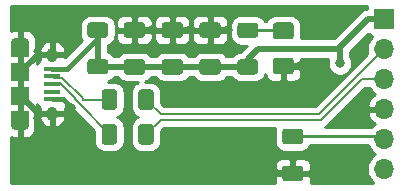
<source format=gtl>
G04 #@! TF.GenerationSoftware,KiCad,Pcbnew,(5.1.10)-1*
G04 #@! TF.CreationDate,2021-08-25T20:16:02-07:00*
G04 #@! TF.ProjectId,USB breakout,55534220-6272-4656-916b-6f75742e6b69,rev?*
G04 #@! TF.SameCoordinates,Original*
G04 #@! TF.FileFunction,Copper,L1,Top*
G04 #@! TF.FilePolarity,Positive*
%FSLAX46Y46*%
G04 Gerber Fmt 4.6, Leading zero omitted, Abs format (unit mm)*
G04 Created by KiCad (PCBNEW (5.1.10)-1) date 2021-08-25 20:16:02*
%MOMM*%
%LPD*%
G01*
G04 APERTURE LIST*
G04 #@! TA.AperFunction,ComponentPad*
%ADD10R,1.700000X1.700000*%
G04 #@! TD*
G04 #@! TA.AperFunction,ComponentPad*
%ADD11O,1.700000X1.700000*%
G04 #@! TD*
G04 #@! TA.AperFunction,SMDPad,CuDef*
%ADD12R,1.350000X0.400000*%
G04 #@! TD*
G04 #@! TA.AperFunction,ComponentPad*
%ADD13O,0.950000X1.250000*%
G04 #@! TD*
G04 #@! TA.AperFunction,SMDPad,CuDef*
%ADD14R,1.550000X1.500000*%
G04 #@! TD*
G04 #@! TA.AperFunction,SMDPad,CuDef*
%ADD15R,1.550000X1.200000*%
G04 #@! TD*
G04 #@! TA.AperFunction,ComponentPad*
%ADD16O,1.550000X0.890000*%
G04 #@! TD*
G04 #@! TA.AperFunction,ViaPad*
%ADD17C,0.800000*%
G04 #@! TD*
G04 #@! TA.AperFunction,Conductor*
%ADD18C,0.200000*%
G04 #@! TD*
G04 #@! TA.AperFunction,Conductor*
%ADD19C,0.508000*%
G04 #@! TD*
G04 #@! TA.AperFunction,Conductor*
%ADD20C,0.381000*%
G04 #@! TD*
G04 #@! TA.AperFunction,Conductor*
%ADD21C,0.250000*%
G04 #@! TD*
G04 #@! TA.AperFunction,Conductor*
%ADD22C,0.254000*%
G04 #@! TD*
G04 #@! TA.AperFunction,Conductor*
%ADD23C,0.100000*%
G04 #@! TD*
G04 APERTURE END LIST*
D10*
X132250000Y-85500000D03*
D11*
X132250000Y-88040000D03*
X132250000Y-90580000D03*
X132250000Y-93120000D03*
X132250000Y-95660000D03*
X132250000Y-98200000D03*
G04 #@! TA.AperFunction,SMDPad,CuDef*
G36*
G01*
X124325000Y-90187500D02*
X123075000Y-90187500D01*
G75*
G02*
X122825000Y-89937500I0J250000D01*
G01*
X122825000Y-89012500D01*
G75*
G02*
X123075000Y-88762500I250000J0D01*
G01*
X124325000Y-88762500D01*
G75*
G02*
X124575000Y-89012500I0J-250000D01*
G01*
X124575000Y-89937500D01*
G75*
G02*
X124325000Y-90187500I-250000J0D01*
G01*
G37*
G04 #@! TD.AperFunction*
G04 #@! TA.AperFunction,SMDPad,CuDef*
G36*
G01*
X124325000Y-87212500D02*
X123075000Y-87212500D01*
G75*
G02*
X122825000Y-86962500I0J250000D01*
G01*
X122825000Y-86037500D01*
G75*
G02*
X123075000Y-85787500I250000J0D01*
G01*
X124325000Y-85787500D01*
G75*
G02*
X124575000Y-86037500I0J-250000D01*
G01*
X124575000Y-86962500D01*
G75*
G02*
X124325000Y-87212500I-250000J0D01*
G01*
G37*
G04 #@! TD.AperFunction*
D12*
X104150000Y-89700000D03*
X104150000Y-90350000D03*
X104150000Y-91000000D03*
X104150000Y-91650000D03*
X104150000Y-92300000D03*
D13*
X104150000Y-88500000D03*
X104150000Y-93500000D03*
D14*
X101450000Y-90000000D03*
X101450000Y-92000000D03*
D15*
X101450000Y-88100000D03*
X101450000Y-93900000D03*
D16*
X101450000Y-87500000D03*
X101450000Y-94500000D03*
G04 #@! TA.AperFunction,SMDPad,CuDef*
G36*
G01*
X110449998Y-88887500D02*
X111750002Y-88887500D01*
G75*
G02*
X112000000Y-89137498I0J-249998D01*
G01*
X112000000Y-89962502D01*
G75*
G02*
X111750002Y-90212500I-249998J0D01*
G01*
X110449998Y-90212500D01*
G75*
G02*
X110200000Y-89962502I0J249998D01*
G01*
X110200000Y-89137498D01*
G75*
G02*
X110449998Y-88887500I249998J0D01*
G01*
G37*
G04 #@! TD.AperFunction*
G04 #@! TA.AperFunction,SMDPad,CuDef*
G36*
G01*
X110449998Y-85762500D02*
X111750002Y-85762500D01*
G75*
G02*
X112000000Y-86012498I0J-249998D01*
G01*
X112000000Y-86837502D01*
G75*
G02*
X111750002Y-87087500I-249998J0D01*
G01*
X110449998Y-87087500D01*
G75*
G02*
X110200000Y-86837502I0J249998D01*
G01*
X110200000Y-86012498D01*
G75*
G02*
X110449998Y-85762500I249998J0D01*
G01*
G37*
G04 #@! TD.AperFunction*
G04 #@! TA.AperFunction,SMDPad,CuDef*
G36*
G01*
X114950002Y-87087500D02*
X113649998Y-87087500D01*
G75*
G02*
X113400000Y-86837502I0J249998D01*
G01*
X113400000Y-86012498D01*
G75*
G02*
X113649998Y-85762500I249998J0D01*
G01*
X114950002Y-85762500D01*
G75*
G02*
X115200000Y-86012498I0J-249998D01*
G01*
X115200000Y-86837502D01*
G75*
G02*
X114950002Y-87087500I-249998J0D01*
G01*
G37*
G04 #@! TD.AperFunction*
G04 #@! TA.AperFunction,SMDPad,CuDef*
G36*
G01*
X114950002Y-90212500D02*
X113649998Y-90212500D01*
G75*
G02*
X113400000Y-89962502I0J249998D01*
G01*
X113400000Y-89137498D01*
G75*
G02*
X113649998Y-88887500I249998J0D01*
G01*
X114950002Y-88887500D01*
G75*
G02*
X115200000Y-89137498I0J-249998D01*
G01*
X115200000Y-89962502D01*
G75*
G02*
X114950002Y-90212500I-249998J0D01*
G01*
G37*
G04 #@! TD.AperFunction*
G04 #@! TA.AperFunction,SMDPad,CuDef*
G36*
G01*
X118150002Y-90212500D02*
X116849998Y-90212500D01*
G75*
G02*
X116600000Y-89962502I0J249998D01*
G01*
X116600000Y-89137498D01*
G75*
G02*
X116849998Y-88887500I249998J0D01*
G01*
X118150002Y-88887500D01*
G75*
G02*
X118400000Y-89137498I0J-249998D01*
G01*
X118400000Y-89962502D01*
G75*
G02*
X118150002Y-90212500I-249998J0D01*
G01*
G37*
G04 #@! TD.AperFunction*
G04 #@! TA.AperFunction,SMDPad,CuDef*
G36*
G01*
X118150002Y-87087500D02*
X116849998Y-87087500D01*
G75*
G02*
X116600000Y-86837502I0J249998D01*
G01*
X116600000Y-86012498D01*
G75*
G02*
X116849998Y-85762500I249998J0D01*
G01*
X118150002Y-85762500D01*
G75*
G02*
X118400000Y-86012498I0J-249998D01*
G01*
X118400000Y-86837502D01*
G75*
G02*
X118150002Y-87087500I-249998J0D01*
G01*
G37*
G04 #@! TD.AperFunction*
G04 #@! TA.AperFunction,SMDPad,CuDef*
G36*
G01*
X125150002Y-99225000D02*
X123849998Y-99225000D01*
G75*
G02*
X123600000Y-98975002I0J249998D01*
G01*
X123600000Y-98149998D01*
G75*
G02*
X123849998Y-97900000I249998J0D01*
G01*
X125150002Y-97900000D01*
G75*
G02*
X125400000Y-98149998I0J-249998D01*
G01*
X125400000Y-98975002D01*
G75*
G02*
X125150002Y-99225000I-249998J0D01*
G01*
G37*
G04 #@! TD.AperFunction*
G04 #@! TA.AperFunction,SMDPad,CuDef*
G36*
G01*
X125150002Y-96100000D02*
X123849998Y-96100000D01*
G75*
G02*
X123600000Y-95850002I0J249998D01*
G01*
X123600000Y-95024998D01*
G75*
G02*
X123849998Y-94775000I249998J0D01*
G01*
X125150002Y-94775000D01*
G75*
G02*
X125400000Y-95024998I0J-249998D01*
G01*
X125400000Y-95850002D01*
G75*
G02*
X125150002Y-96100000I-249998J0D01*
G01*
G37*
G04 #@! TD.AperFunction*
G04 #@! TA.AperFunction,SMDPad,CuDef*
G36*
G01*
X112724999Y-94624999D02*
X112724999Y-95875001D01*
G75*
G02*
X112475000Y-96125000I-249999J0D01*
G01*
X111674998Y-96125000D01*
G75*
G02*
X111424999Y-95875001I0J249999D01*
G01*
X111424999Y-94624999D01*
G75*
G02*
X111674998Y-94375000I249999J0D01*
G01*
X112475000Y-94375000D01*
G75*
G02*
X112724999Y-94624999I0J-249999D01*
G01*
G37*
G04 #@! TD.AperFunction*
G04 #@! TA.AperFunction,SMDPad,CuDef*
G36*
G01*
X109624999Y-94624999D02*
X109624999Y-95875001D01*
G75*
G02*
X109375000Y-96125000I-249999J0D01*
G01*
X108574998Y-96125000D01*
G75*
G02*
X108324999Y-95875001I0J249999D01*
G01*
X108324999Y-94624999D01*
G75*
G02*
X108574998Y-94375000I249999J0D01*
G01*
X109375000Y-94375000D01*
G75*
G02*
X109624999Y-94624999I0J-249999D01*
G01*
G37*
G04 #@! TD.AperFunction*
G04 #@! TA.AperFunction,SMDPad,CuDef*
G36*
G01*
X109624999Y-91689998D02*
X109624999Y-92940000D01*
G75*
G02*
X109375000Y-93189999I-249999J0D01*
G01*
X108574998Y-93189999D01*
G75*
G02*
X108324999Y-92940000I0J249999D01*
G01*
X108324999Y-91689998D01*
G75*
G02*
X108574998Y-91439999I249999J0D01*
G01*
X109375000Y-91439999D01*
G75*
G02*
X109624999Y-91689998I0J-249999D01*
G01*
G37*
G04 #@! TD.AperFunction*
G04 #@! TA.AperFunction,SMDPad,CuDef*
G36*
G01*
X112724999Y-91689998D02*
X112724999Y-92940000D01*
G75*
G02*
X112475000Y-93189999I-249999J0D01*
G01*
X111674998Y-93189999D01*
G75*
G02*
X111424999Y-92940000I0J249999D01*
G01*
X111424999Y-91689998D01*
G75*
G02*
X111674998Y-91439999I249999J0D01*
G01*
X112475000Y-91439999D01*
G75*
G02*
X112724999Y-91689998I0J-249999D01*
G01*
G37*
G04 #@! TD.AperFunction*
G04 #@! TA.AperFunction,SMDPad,CuDef*
G36*
G01*
X121325001Y-90200000D02*
X120074999Y-90200000D01*
G75*
G02*
X119825000Y-89950001I0J249999D01*
G01*
X119825000Y-89149999D01*
G75*
G02*
X120074999Y-88900000I249999J0D01*
G01*
X121325001Y-88900000D01*
G75*
G02*
X121575000Y-89149999I0J-249999D01*
G01*
X121575000Y-89950001D01*
G75*
G02*
X121325001Y-90200000I-249999J0D01*
G01*
G37*
G04 #@! TD.AperFunction*
G04 #@! TA.AperFunction,SMDPad,CuDef*
G36*
G01*
X121325001Y-87100000D02*
X120074999Y-87100000D01*
G75*
G02*
X119825000Y-86850001I0J249999D01*
G01*
X119825000Y-86049999D01*
G75*
G02*
X120074999Y-85800000I249999J0D01*
G01*
X121325001Y-85800000D01*
G75*
G02*
X121575000Y-86049999I0J-249999D01*
G01*
X121575000Y-86850001D01*
G75*
G02*
X121325001Y-87100000I-249999J0D01*
G01*
G37*
G04 #@! TD.AperFunction*
G04 #@! TA.AperFunction,SMDPad,CuDef*
G36*
G01*
X108625001Y-90187500D02*
X107374999Y-90187500D01*
G75*
G02*
X107125000Y-89937501I0J249999D01*
G01*
X107125000Y-89137499D01*
G75*
G02*
X107374999Y-88887500I249999J0D01*
G01*
X108625001Y-88887500D01*
G75*
G02*
X108875000Y-89137499I0J-249999D01*
G01*
X108875000Y-89937501D01*
G75*
G02*
X108625001Y-90187500I-249999J0D01*
G01*
G37*
G04 #@! TD.AperFunction*
G04 #@! TA.AperFunction,SMDPad,CuDef*
G36*
G01*
X108625001Y-87087500D02*
X107374999Y-87087500D01*
G75*
G02*
X107125000Y-86837501I0J249999D01*
G01*
X107125000Y-86037499D01*
G75*
G02*
X107374999Y-85787500I249999J0D01*
G01*
X108625001Y-85787500D01*
G75*
G02*
X108875000Y-86037499I0J-249999D01*
G01*
X108875000Y-86837501D01*
G75*
G02*
X108625001Y-87087500I-249999J0D01*
G01*
G37*
G04 #@! TD.AperFunction*
D17*
X128500000Y-89250000D03*
X105750000Y-93000000D03*
X102950000Y-86550000D03*
X102850000Y-95350000D03*
X112600000Y-86400000D03*
X115800000Y-86400000D03*
X119000000Y-86400000D03*
X125100000Y-89500000D03*
X123000000Y-98500000D03*
D18*
X106737384Y-92185999D02*
X106737384Y-92314999D01*
X106737384Y-92314999D02*
X108974999Y-92314999D01*
X105001385Y-90450000D02*
X106737384Y-92185999D01*
X104250000Y-90450000D02*
X105001385Y-90450000D01*
X104150000Y-90350000D02*
X104250000Y-90450000D01*
X106450001Y-92725002D02*
X108974999Y-95250000D01*
X106450001Y-92663999D02*
X106450001Y-92725002D01*
X106086001Y-92299999D02*
X106450001Y-92663999D01*
X106086001Y-92170999D02*
X106086001Y-92299999D01*
X104815002Y-90900000D02*
X106086001Y-92170999D01*
X104250000Y-90900000D02*
X104815002Y-90900000D01*
X104150000Y-91000000D02*
X104250000Y-90900000D01*
D19*
X130892000Y-85500000D02*
X132250000Y-85500000D01*
X128500000Y-87892000D02*
X130892000Y-85500000D01*
X128500000Y-89250000D02*
X128500000Y-87892000D01*
X111087500Y-89537500D02*
X111100000Y-89550000D01*
X108000000Y-89537500D02*
X111087500Y-89537500D01*
X111100000Y-89550000D02*
X114300000Y-89550000D01*
X114300000Y-89550000D02*
X117500000Y-89550000D01*
X117500000Y-89550000D02*
X120700000Y-89550000D01*
X120700000Y-88900000D02*
X121600000Y-88000000D01*
X120700000Y-89550000D02*
X120700000Y-88900000D01*
X128392000Y-88000000D02*
X128500000Y-87892000D01*
X121600000Y-88000000D02*
X128392000Y-88000000D01*
D20*
X105387500Y-89700000D02*
X104150000Y-89700000D01*
X108000000Y-87087500D02*
X105387500Y-89700000D01*
X108000000Y-86437500D02*
X108000000Y-87087500D01*
D19*
X108000000Y-86437500D02*
X108000000Y-89537500D01*
D20*
X104212500Y-92300000D02*
X105050000Y-92300000D01*
X105050000Y-92300000D02*
X105750000Y-93000000D01*
D19*
X101600000Y-89975000D02*
X101600000Y-89700000D01*
X101450000Y-90000000D02*
X102650000Y-88800000D01*
X102950000Y-88500000D02*
X102950000Y-86550000D01*
X102650000Y-88800000D02*
X102950000Y-88500000D01*
X101450000Y-92000000D02*
X101500000Y-92000000D01*
X102850000Y-93350000D02*
X102850000Y-95350000D01*
X101500000Y-92000000D02*
X102850000Y-93350000D01*
X112575000Y-86425000D02*
X112600000Y-86400000D01*
X111100000Y-86425000D02*
X112575000Y-86425000D01*
X115775000Y-86425000D02*
X115800000Y-86400000D01*
X114300000Y-86425000D02*
X115775000Y-86425000D01*
X118975000Y-86425000D02*
X119000000Y-86400000D01*
X117500000Y-86425000D02*
X118975000Y-86425000D01*
X125075000Y-89475000D02*
X125100000Y-89500000D01*
X123700000Y-89475000D02*
X125075000Y-89475000D01*
X123062500Y-98562500D02*
X123000000Y-98500000D01*
X124500000Y-98562500D02*
X123062500Y-98562500D01*
D21*
X132027500Y-95437500D02*
X132250000Y-95660000D01*
X124500000Y-95437500D02*
X132027500Y-95437500D01*
X123650000Y-86450000D02*
X123700000Y-86500000D01*
X120700000Y-86450000D02*
X123650000Y-86450000D01*
D18*
X130028198Y-90261802D02*
X132250000Y-88040000D01*
X126732500Y-93557500D02*
X130028198Y-90261802D01*
X113317499Y-93557500D02*
X126732500Y-93557500D01*
X112074999Y-92315000D02*
X113317499Y-93557500D01*
X112074999Y-92314999D02*
X112074999Y-92315000D01*
X130346397Y-90580000D02*
X132250000Y-90580000D01*
X126918897Y-94007500D02*
X130346397Y-90580000D01*
X113317499Y-94007500D02*
X126918897Y-94007500D01*
X112074999Y-95250000D02*
X113317499Y-94007500D01*
D22*
X130774188Y-84525518D02*
X130764960Y-84619212D01*
X130734325Y-84622229D01*
X130717725Y-84623864D01*
X130644758Y-84645998D01*
X130550149Y-84674697D01*
X130395709Y-84757247D01*
X130260341Y-84868341D01*
X130232506Y-84902258D01*
X128023765Y-87111000D01*
X125198446Y-87111000D01*
X125213072Y-86962500D01*
X125213072Y-86037500D01*
X125196008Y-85864246D01*
X125145472Y-85697650D01*
X125063405Y-85544114D01*
X124952962Y-85409538D01*
X124818386Y-85299095D01*
X124664850Y-85217028D01*
X124498254Y-85166492D01*
X124325000Y-85149428D01*
X123075000Y-85149428D01*
X122901746Y-85166492D01*
X122735150Y-85217028D01*
X122581614Y-85299095D01*
X122447038Y-85409538D01*
X122336595Y-85544114D01*
X122258617Y-85690000D01*
X122134702Y-85690000D01*
X122063405Y-85556613D01*
X121952962Y-85422038D01*
X121818387Y-85311595D01*
X121664851Y-85229528D01*
X121498255Y-85178992D01*
X121325001Y-85161928D01*
X120074999Y-85161928D01*
X119901745Y-85178992D01*
X119735149Y-85229528D01*
X119581613Y-85311595D01*
X119447038Y-85422038D01*
X119336595Y-85556613D01*
X119254528Y-85710149D01*
X119203992Y-85876745D01*
X119186928Y-86049999D01*
X119186928Y-86850001D01*
X119203992Y-87023255D01*
X119254528Y-87189851D01*
X119336595Y-87343387D01*
X119447038Y-87477962D01*
X119581613Y-87588405D01*
X119735149Y-87670472D01*
X119901745Y-87721008D01*
X120074999Y-87738072D01*
X120604692Y-87738072D01*
X120102259Y-88240506D01*
X120076156Y-88261928D01*
X120074999Y-88261928D01*
X119901745Y-88278992D01*
X119735149Y-88329528D01*
X119581613Y-88411595D01*
X119447038Y-88522038D01*
X119336595Y-88656613D01*
X119334250Y-88661000D01*
X118897431Y-88661000D01*
X118888405Y-88644113D01*
X118777962Y-88509538D01*
X118643387Y-88399095D01*
X118489852Y-88317028D01*
X118323256Y-88266492D01*
X118150002Y-88249428D01*
X116849998Y-88249428D01*
X116676744Y-88266492D01*
X116510148Y-88317028D01*
X116356613Y-88399095D01*
X116222038Y-88509538D01*
X116111595Y-88644113D01*
X116102569Y-88661000D01*
X115697431Y-88661000D01*
X115688405Y-88644113D01*
X115577962Y-88509538D01*
X115443387Y-88399095D01*
X115289852Y-88317028D01*
X115123256Y-88266492D01*
X114950002Y-88249428D01*
X113649998Y-88249428D01*
X113476744Y-88266492D01*
X113310148Y-88317028D01*
X113156613Y-88399095D01*
X113022038Y-88509538D01*
X112911595Y-88644113D01*
X112902569Y-88661000D01*
X112497431Y-88661000D01*
X112488405Y-88644113D01*
X112377962Y-88509538D01*
X112243387Y-88399095D01*
X112089852Y-88317028D01*
X111923256Y-88266492D01*
X111750002Y-88249428D01*
X110449998Y-88249428D01*
X110276744Y-88266492D01*
X110110148Y-88317028D01*
X109956613Y-88399095D01*
X109822038Y-88509538D01*
X109711595Y-88644113D01*
X109709250Y-88648500D01*
X109365750Y-88648500D01*
X109363405Y-88644113D01*
X109252962Y-88509538D01*
X109118387Y-88399095D01*
X108964851Y-88317028D01*
X108889000Y-88294019D01*
X108889000Y-87680981D01*
X108964851Y-87657972D01*
X109118387Y-87575905D01*
X109252962Y-87465462D01*
X109363405Y-87330887D01*
X109445472Y-87177351D01*
X109472727Y-87087500D01*
X109561928Y-87087500D01*
X109574188Y-87211982D01*
X109610498Y-87331680D01*
X109669463Y-87441994D01*
X109748815Y-87538685D01*
X109845506Y-87618037D01*
X109955820Y-87677002D01*
X110075518Y-87713312D01*
X110200000Y-87725572D01*
X110814250Y-87722500D01*
X110973000Y-87563750D01*
X110973000Y-86552000D01*
X111227000Y-86552000D01*
X111227000Y-87563750D01*
X111385750Y-87722500D01*
X112000000Y-87725572D01*
X112124482Y-87713312D01*
X112244180Y-87677002D01*
X112354494Y-87618037D01*
X112451185Y-87538685D01*
X112530537Y-87441994D01*
X112589502Y-87331680D01*
X112625812Y-87211982D01*
X112638072Y-87087500D01*
X112761928Y-87087500D01*
X112774188Y-87211982D01*
X112810498Y-87331680D01*
X112869463Y-87441994D01*
X112948815Y-87538685D01*
X113045506Y-87618037D01*
X113155820Y-87677002D01*
X113275518Y-87713312D01*
X113400000Y-87725572D01*
X114014250Y-87722500D01*
X114173000Y-87563750D01*
X114173000Y-86552000D01*
X114427000Y-86552000D01*
X114427000Y-87563750D01*
X114585750Y-87722500D01*
X115200000Y-87725572D01*
X115324482Y-87713312D01*
X115444180Y-87677002D01*
X115554494Y-87618037D01*
X115651185Y-87538685D01*
X115730537Y-87441994D01*
X115789502Y-87331680D01*
X115825812Y-87211982D01*
X115838072Y-87087500D01*
X115961928Y-87087500D01*
X115974188Y-87211982D01*
X116010498Y-87331680D01*
X116069463Y-87441994D01*
X116148815Y-87538685D01*
X116245506Y-87618037D01*
X116355820Y-87677002D01*
X116475518Y-87713312D01*
X116600000Y-87725572D01*
X117214250Y-87722500D01*
X117373000Y-87563750D01*
X117373000Y-86552000D01*
X117627000Y-86552000D01*
X117627000Y-87563750D01*
X117785750Y-87722500D01*
X118400000Y-87725572D01*
X118524482Y-87713312D01*
X118644180Y-87677002D01*
X118754494Y-87618037D01*
X118851185Y-87538685D01*
X118930537Y-87441994D01*
X118989502Y-87331680D01*
X119025812Y-87211982D01*
X119038072Y-87087500D01*
X119035000Y-86710750D01*
X118876250Y-86552000D01*
X117627000Y-86552000D01*
X117373000Y-86552000D01*
X116123750Y-86552000D01*
X115965000Y-86710750D01*
X115961928Y-87087500D01*
X115838072Y-87087500D01*
X115835000Y-86710750D01*
X115676250Y-86552000D01*
X114427000Y-86552000D01*
X114173000Y-86552000D01*
X112923750Y-86552000D01*
X112765000Y-86710750D01*
X112761928Y-87087500D01*
X112638072Y-87087500D01*
X112635000Y-86710750D01*
X112476250Y-86552000D01*
X111227000Y-86552000D01*
X110973000Y-86552000D01*
X109723750Y-86552000D01*
X109565000Y-86710750D01*
X109561928Y-87087500D01*
X109472727Y-87087500D01*
X109496008Y-87010755D01*
X109513072Y-86837501D01*
X109513072Y-86037499D01*
X109496008Y-85864245D01*
X109465145Y-85762500D01*
X109561928Y-85762500D01*
X109565000Y-86139250D01*
X109723750Y-86298000D01*
X110973000Y-86298000D01*
X110973000Y-85286250D01*
X111227000Y-85286250D01*
X111227000Y-86298000D01*
X112476250Y-86298000D01*
X112635000Y-86139250D01*
X112638072Y-85762500D01*
X112761928Y-85762500D01*
X112765000Y-86139250D01*
X112923750Y-86298000D01*
X114173000Y-86298000D01*
X114173000Y-85286250D01*
X114427000Y-85286250D01*
X114427000Y-86298000D01*
X115676250Y-86298000D01*
X115835000Y-86139250D01*
X115838072Y-85762500D01*
X115961928Y-85762500D01*
X115965000Y-86139250D01*
X116123750Y-86298000D01*
X117373000Y-86298000D01*
X117373000Y-85286250D01*
X117627000Y-85286250D01*
X117627000Y-86298000D01*
X118876250Y-86298000D01*
X119035000Y-86139250D01*
X119038072Y-85762500D01*
X119025812Y-85638018D01*
X118989502Y-85518320D01*
X118930537Y-85408006D01*
X118851185Y-85311315D01*
X118754494Y-85231963D01*
X118644180Y-85172998D01*
X118524482Y-85136688D01*
X118400000Y-85124428D01*
X117785750Y-85127500D01*
X117627000Y-85286250D01*
X117373000Y-85286250D01*
X117214250Y-85127500D01*
X116600000Y-85124428D01*
X116475518Y-85136688D01*
X116355820Y-85172998D01*
X116245506Y-85231963D01*
X116148815Y-85311315D01*
X116069463Y-85408006D01*
X116010498Y-85518320D01*
X115974188Y-85638018D01*
X115961928Y-85762500D01*
X115838072Y-85762500D01*
X115825812Y-85638018D01*
X115789502Y-85518320D01*
X115730537Y-85408006D01*
X115651185Y-85311315D01*
X115554494Y-85231963D01*
X115444180Y-85172998D01*
X115324482Y-85136688D01*
X115200000Y-85124428D01*
X114585750Y-85127500D01*
X114427000Y-85286250D01*
X114173000Y-85286250D01*
X114014250Y-85127500D01*
X113400000Y-85124428D01*
X113275518Y-85136688D01*
X113155820Y-85172998D01*
X113045506Y-85231963D01*
X112948815Y-85311315D01*
X112869463Y-85408006D01*
X112810498Y-85518320D01*
X112774188Y-85638018D01*
X112761928Y-85762500D01*
X112638072Y-85762500D01*
X112625812Y-85638018D01*
X112589502Y-85518320D01*
X112530537Y-85408006D01*
X112451185Y-85311315D01*
X112354494Y-85231963D01*
X112244180Y-85172998D01*
X112124482Y-85136688D01*
X112000000Y-85124428D01*
X111385750Y-85127500D01*
X111227000Y-85286250D01*
X110973000Y-85286250D01*
X110814250Y-85127500D01*
X110200000Y-85124428D01*
X110075518Y-85136688D01*
X109955820Y-85172998D01*
X109845506Y-85231963D01*
X109748815Y-85311315D01*
X109669463Y-85408006D01*
X109610498Y-85518320D01*
X109574188Y-85638018D01*
X109561928Y-85762500D01*
X109465145Y-85762500D01*
X109445472Y-85697649D01*
X109363405Y-85544113D01*
X109252962Y-85409538D01*
X109118387Y-85299095D01*
X108964851Y-85217028D01*
X108798255Y-85166492D01*
X108625001Y-85149428D01*
X107374999Y-85149428D01*
X107201745Y-85166492D01*
X107035149Y-85217028D01*
X106881613Y-85299095D01*
X106747038Y-85409538D01*
X106636595Y-85544113D01*
X106554528Y-85697649D01*
X106503992Y-85864245D01*
X106486928Y-86037499D01*
X106486928Y-86837501D01*
X106503992Y-87010755D01*
X106554528Y-87177351D01*
X106620079Y-87299988D01*
X105190302Y-88729766D01*
X105102564Y-88627000D01*
X104277000Y-88627000D01*
X104277000Y-88647000D01*
X104023000Y-88647000D01*
X104023000Y-88627000D01*
X103197436Y-88627000D01*
X103048770Y-88801131D01*
X103094161Y-88991084D01*
X103023815Y-89048815D01*
X102944463Y-89145506D01*
X102885498Y-89255820D01*
X102862533Y-89331527D01*
X102863072Y-89250000D01*
X102850812Y-89125518D01*
X102814502Y-89005820D01*
X102798028Y-88975000D01*
X102814502Y-88944180D01*
X102850812Y-88824482D01*
X102863072Y-88700000D01*
X102860000Y-88385750D01*
X102701250Y-88227000D01*
X102582322Y-88227000D01*
X102609410Y-88198869D01*
X103048770Y-88198869D01*
X103197436Y-88373000D01*
X104023000Y-88373000D01*
X104023000Y-87407266D01*
X104277000Y-87407266D01*
X104277000Y-88373000D01*
X105102564Y-88373000D01*
X105251230Y-88198869D01*
X105200586Y-87986934D01*
X105109569Y-87788951D01*
X104981676Y-87612529D01*
X104821822Y-87464447D01*
X104636150Y-87350397D01*
X104447938Y-87280732D01*
X104277000Y-87407266D01*
X104023000Y-87407266D01*
X103852062Y-87280732D01*
X103663850Y-87350397D01*
X103478178Y-87464447D01*
X103318324Y-87612529D01*
X103190431Y-87788951D01*
X103099414Y-87986934D01*
X103048770Y-88198869D01*
X102609410Y-88198869D01*
X102633479Y-88173874D01*
X102748546Y-87994420D01*
X102785925Y-87888325D01*
X102860000Y-87814250D01*
X102863072Y-87500000D01*
X102860000Y-87468808D01*
X102860000Y-87372998D01*
X102850048Y-87372998D01*
X102814502Y-87255820D01*
X102801113Y-87230770D01*
X102819435Y-87206787D01*
X102748546Y-87005580D01*
X102633479Y-86826126D01*
X102485613Y-86672569D01*
X102310631Y-86550810D01*
X102115257Y-86465528D01*
X101907000Y-86420000D01*
X101577000Y-86420000D01*
X101577000Y-89873000D01*
X101597000Y-89873000D01*
X101597000Y-90127000D01*
X101577000Y-90127000D01*
X101577000Y-91873000D01*
X101597000Y-91873000D01*
X101597000Y-92127000D01*
X101577000Y-92127000D01*
X101577000Y-95580000D01*
X101907000Y-95580000D01*
X102115257Y-95534472D01*
X102310631Y-95449190D01*
X102485613Y-95327431D01*
X102633479Y-95173874D01*
X102748546Y-94994420D01*
X102819435Y-94793213D01*
X102801113Y-94769230D01*
X102814502Y-94744180D01*
X102850048Y-94627002D01*
X102860000Y-94627002D01*
X102860000Y-94531192D01*
X102863072Y-94500000D01*
X102860000Y-94185750D01*
X102785925Y-94111675D01*
X102748546Y-94005580D01*
X102633479Y-93826126D01*
X102609411Y-93801131D01*
X103048770Y-93801131D01*
X103099414Y-94013066D01*
X103190431Y-94211049D01*
X103318324Y-94387471D01*
X103478178Y-94535553D01*
X103663850Y-94649603D01*
X103852062Y-94719268D01*
X104023000Y-94592734D01*
X104023000Y-93627000D01*
X104277000Y-93627000D01*
X104277000Y-94592734D01*
X104447938Y-94719268D01*
X104636150Y-94649603D01*
X104821822Y-94535553D01*
X104981676Y-94387471D01*
X105109569Y-94211049D01*
X105200586Y-94013066D01*
X105251230Y-93801131D01*
X105102564Y-93627000D01*
X104277000Y-93627000D01*
X104023000Y-93627000D01*
X103197436Y-93627000D01*
X103048770Y-93801131D01*
X102609411Y-93801131D01*
X102582322Y-93773000D01*
X102701250Y-93773000D01*
X102860000Y-93614250D01*
X102863072Y-93300000D01*
X102850812Y-93175518D01*
X102814502Y-93055820D01*
X102798028Y-93025000D01*
X102814502Y-92994180D01*
X102850812Y-92874482D01*
X102863072Y-92750000D01*
X102862540Y-92669629D01*
X102889479Y-92753576D01*
X102950200Y-92862933D01*
X103031088Y-92958343D01*
X103094257Y-93008515D01*
X103048770Y-93198869D01*
X103197436Y-93373000D01*
X104023000Y-93373000D01*
X104023000Y-93353000D01*
X104277000Y-93353000D01*
X104277000Y-93373000D01*
X105102564Y-93373000D01*
X105251230Y-93198869D01*
X105205743Y-93008515D01*
X105268912Y-92958343D01*
X105349800Y-92862933D01*
X105410521Y-92753576D01*
X105442226Y-92654776D01*
X105471914Y-92710319D01*
X105563764Y-92822237D01*
X105591809Y-92845253D01*
X105783135Y-93036579D01*
X105835914Y-93135322D01*
X105927764Y-93247240D01*
X105955809Y-93270256D01*
X107686927Y-95001375D01*
X107686927Y-95875001D01*
X107703991Y-96048255D01*
X107754527Y-96214851D01*
X107836594Y-96368387D01*
X107947037Y-96502962D01*
X108081612Y-96613405D01*
X108235148Y-96695472D01*
X108401744Y-96746008D01*
X108574998Y-96763072D01*
X109375000Y-96763072D01*
X109548254Y-96746008D01*
X109714850Y-96695472D01*
X109868386Y-96613405D01*
X110002961Y-96502962D01*
X110113404Y-96368387D01*
X110195471Y-96214851D01*
X110246007Y-96048255D01*
X110263071Y-95875001D01*
X110263071Y-94624999D01*
X110246007Y-94451745D01*
X110195471Y-94285149D01*
X110113404Y-94131613D01*
X110002961Y-93997038D01*
X109868386Y-93886595D01*
X109714850Y-93804528D01*
X109642231Y-93782500D01*
X109714850Y-93760471D01*
X109868386Y-93678404D01*
X110002961Y-93567961D01*
X110113404Y-93433386D01*
X110195471Y-93279850D01*
X110246007Y-93113254D01*
X110263071Y-92940000D01*
X110263071Y-91689998D01*
X110246007Y-91516744D01*
X110195471Y-91350148D01*
X110113404Y-91196612D01*
X110002961Y-91062037D01*
X109868386Y-90951594D01*
X109714850Y-90869527D01*
X109548254Y-90818991D01*
X109375000Y-90801927D01*
X108819950Y-90801927D01*
X108964851Y-90757972D01*
X109118387Y-90675905D01*
X109252962Y-90565462D01*
X109363405Y-90430887D01*
X109365750Y-90426500D01*
X109695887Y-90426500D01*
X109711595Y-90455887D01*
X109822038Y-90590462D01*
X109956613Y-90700905D01*
X110110148Y-90782972D01*
X110276744Y-90833508D01*
X110449998Y-90850572D01*
X111397635Y-90850572D01*
X111335148Y-90869527D01*
X111181612Y-90951594D01*
X111047037Y-91062037D01*
X110936594Y-91196612D01*
X110854527Y-91350148D01*
X110803991Y-91516744D01*
X110786927Y-91689998D01*
X110786927Y-92940000D01*
X110803991Y-93113254D01*
X110854527Y-93279850D01*
X110936594Y-93433386D01*
X111047037Y-93567961D01*
X111181612Y-93678404D01*
X111335148Y-93760471D01*
X111407767Y-93782500D01*
X111335148Y-93804528D01*
X111181612Y-93886595D01*
X111047037Y-93997038D01*
X110936594Y-94131613D01*
X110854527Y-94285149D01*
X110803991Y-94451745D01*
X110786927Y-94624999D01*
X110786927Y-95875001D01*
X110803991Y-96048255D01*
X110854527Y-96214851D01*
X110936594Y-96368387D01*
X111047037Y-96502962D01*
X111181612Y-96613405D01*
X111335148Y-96695472D01*
X111501744Y-96746008D01*
X111674998Y-96763072D01*
X112475000Y-96763072D01*
X112648254Y-96746008D01*
X112814850Y-96695472D01*
X112968386Y-96613405D01*
X113102961Y-96502962D01*
X113213404Y-96368387D01*
X113295471Y-96214851D01*
X113346007Y-96048255D01*
X113363071Y-95875001D01*
X113363071Y-95001375D01*
X113621946Y-94742500D01*
X123012131Y-94742500D01*
X122978992Y-94851744D01*
X122961928Y-95024998D01*
X122961928Y-95850002D01*
X122978992Y-96023256D01*
X123029528Y-96189852D01*
X123111595Y-96343387D01*
X123222038Y-96477962D01*
X123356613Y-96588405D01*
X123510148Y-96670472D01*
X123676744Y-96721008D01*
X123849998Y-96738072D01*
X125150002Y-96738072D01*
X125323256Y-96721008D01*
X125489852Y-96670472D01*
X125643387Y-96588405D01*
X125777962Y-96477962D01*
X125888405Y-96343387D01*
X125966384Y-96197500D01*
X130865288Y-96197500D01*
X130934010Y-96363411D01*
X131096525Y-96606632D01*
X131303368Y-96813475D01*
X131477760Y-96930000D01*
X131303368Y-97046525D01*
X131096525Y-97253368D01*
X130934010Y-97496589D01*
X130822068Y-97766842D01*
X130765000Y-98053740D01*
X130765000Y-98346260D01*
X130822068Y-98633158D01*
X130934010Y-98903411D01*
X131096525Y-99146632D01*
X131289893Y-99340000D01*
X126026746Y-99340000D01*
X126038072Y-99225000D01*
X126035000Y-98848250D01*
X125876250Y-98689500D01*
X124627000Y-98689500D01*
X124627000Y-98709500D01*
X124373000Y-98709500D01*
X124373000Y-98689500D01*
X123123750Y-98689500D01*
X122965000Y-98848250D01*
X122961928Y-99225000D01*
X122973254Y-99340000D01*
X100660000Y-99340000D01*
X100660000Y-97900000D01*
X122961928Y-97900000D01*
X122965000Y-98276750D01*
X123123750Y-98435500D01*
X124373000Y-98435500D01*
X124373000Y-97423750D01*
X124627000Y-97423750D01*
X124627000Y-98435500D01*
X125876250Y-98435500D01*
X126035000Y-98276750D01*
X126038072Y-97900000D01*
X126025812Y-97775518D01*
X125989502Y-97655820D01*
X125930537Y-97545506D01*
X125851185Y-97448815D01*
X125754494Y-97369463D01*
X125644180Y-97310498D01*
X125524482Y-97274188D01*
X125400000Y-97261928D01*
X124785750Y-97265000D01*
X124627000Y-97423750D01*
X124373000Y-97423750D01*
X124214250Y-97265000D01*
X123600000Y-97261928D01*
X123475518Y-97274188D01*
X123355820Y-97310498D01*
X123245506Y-97369463D01*
X123148815Y-97448815D01*
X123069463Y-97545506D01*
X123010498Y-97655820D01*
X122974188Y-97775518D01*
X122961928Y-97900000D01*
X100660000Y-97900000D01*
X100660000Y-95480021D01*
X100784743Y-95534472D01*
X100993000Y-95580000D01*
X101323000Y-95580000D01*
X101323000Y-92127000D01*
X101303000Y-92127000D01*
X101303000Y-91873000D01*
X101323000Y-91873000D01*
X101323000Y-90127000D01*
X101303000Y-90127000D01*
X101303000Y-89873000D01*
X101323000Y-89873000D01*
X101323000Y-86420000D01*
X100993000Y-86420000D01*
X100784743Y-86465528D01*
X100660000Y-86519979D01*
X100660000Y-84410000D01*
X130809230Y-84410000D01*
X130774188Y-84525518D01*
G04 #@! TA.AperFunction,Conductor*
D23*
G36*
X130774188Y-84525518D02*
G01*
X130764960Y-84619212D01*
X130734325Y-84622229D01*
X130717725Y-84623864D01*
X130644758Y-84645998D01*
X130550149Y-84674697D01*
X130395709Y-84757247D01*
X130260341Y-84868341D01*
X130232506Y-84902258D01*
X128023765Y-87111000D01*
X125198446Y-87111000D01*
X125213072Y-86962500D01*
X125213072Y-86037500D01*
X125196008Y-85864246D01*
X125145472Y-85697650D01*
X125063405Y-85544114D01*
X124952962Y-85409538D01*
X124818386Y-85299095D01*
X124664850Y-85217028D01*
X124498254Y-85166492D01*
X124325000Y-85149428D01*
X123075000Y-85149428D01*
X122901746Y-85166492D01*
X122735150Y-85217028D01*
X122581614Y-85299095D01*
X122447038Y-85409538D01*
X122336595Y-85544114D01*
X122258617Y-85690000D01*
X122134702Y-85690000D01*
X122063405Y-85556613D01*
X121952962Y-85422038D01*
X121818387Y-85311595D01*
X121664851Y-85229528D01*
X121498255Y-85178992D01*
X121325001Y-85161928D01*
X120074999Y-85161928D01*
X119901745Y-85178992D01*
X119735149Y-85229528D01*
X119581613Y-85311595D01*
X119447038Y-85422038D01*
X119336595Y-85556613D01*
X119254528Y-85710149D01*
X119203992Y-85876745D01*
X119186928Y-86049999D01*
X119186928Y-86850001D01*
X119203992Y-87023255D01*
X119254528Y-87189851D01*
X119336595Y-87343387D01*
X119447038Y-87477962D01*
X119581613Y-87588405D01*
X119735149Y-87670472D01*
X119901745Y-87721008D01*
X120074999Y-87738072D01*
X120604692Y-87738072D01*
X120102259Y-88240506D01*
X120076156Y-88261928D01*
X120074999Y-88261928D01*
X119901745Y-88278992D01*
X119735149Y-88329528D01*
X119581613Y-88411595D01*
X119447038Y-88522038D01*
X119336595Y-88656613D01*
X119334250Y-88661000D01*
X118897431Y-88661000D01*
X118888405Y-88644113D01*
X118777962Y-88509538D01*
X118643387Y-88399095D01*
X118489852Y-88317028D01*
X118323256Y-88266492D01*
X118150002Y-88249428D01*
X116849998Y-88249428D01*
X116676744Y-88266492D01*
X116510148Y-88317028D01*
X116356613Y-88399095D01*
X116222038Y-88509538D01*
X116111595Y-88644113D01*
X116102569Y-88661000D01*
X115697431Y-88661000D01*
X115688405Y-88644113D01*
X115577962Y-88509538D01*
X115443387Y-88399095D01*
X115289852Y-88317028D01*
X115123256Y-88266492D01*
X114950002Y-88249428D01*
X113649998Y-88249428D01*
X113476744Y-88266492D01*
X113310148Y-88317028D01*
X113156613Y-88399095D01*
X113022038Y-88509538D01*
X112911595Y-88644113D01*
X112902569Y-88661000D01*
X112497431Y-88661000D01*
X112488405Y-88644113D01*
X112377962Y-88509538D01*
X112243387Y-88399095D01*
X112089852Y-88317028D01*
X111923256Y-88266492D01*
X111750002Y-88249428D01*
X110449998Y-88249428D01*
X110276744Y-88266492D01*
X110110148Y-88317028D01*
X109956613Y-88399095D01*
X109822038Y-88509538D01*
X109711595Y-88644113D01*
X109709250Y-88648500D01*
X109365750Y-88648500D01*
X109363405Y-88644113D01*
X109252962Y-88509538D01*
X109118387Y-88399095D01*
X108964851Y-88317028D01*
X108889000Y-88294019D01*
X108889000Y-87680981D01*
X108964851Y-87657972D01*
X109118387Y-87575905D01*
X109252962Y-87465462D01*
X109363405Y-87330887D01*
X109445472Y-87177351D01*
X109472727Y-87087500D01*
X109561928Y-87087500D01*
X109574188Y-87211982D01*
X109610498Y-87331680D01*
X109669463Y-87441994D01*
X109748815Y-87538685D01*
X109845506Y-87618037D01*
X109955820Y-87677002D01*
X110075518Y-87713312D01*
X110200000Y-87725572D01*
X110814250Y-87722500D01*
X110973000Y-87563750D01*
X110973000Y-86552000D01*
X111227000Y-86552000D01*
X111227000Y-87563750D01*
X111385750Y-87722500D01*
X112000000Y-87725572D01*
X112124482Y-87713312D01*
X112244180Y-87677002D01*
X112354494Y-87618037D01*
X112451185Y-87538685D01*
X112530537Y-87441994D01*
X112589502Y-87331680D01*
X112625812Y-87211982D01*
X112638072Y-87087500D01*
X112761928Y-87087500D01*
X112774188Y-87211982D01*
X112810498Y-87331680D01*
X112869463Y-87441994D01*
X112948815Y-87538685D01*
X113045506Y-87618037D01*
X113155820Y-87677002D01*
X113275518Y-87713312D01*
X113400000Y-87725572D01*
X114014250Y-87722500D01*
X114173000Y-87563750D01*
X114173000Y-86552000D01*
X114427000Y-86552000D01*
X114427000Y-87563750D01*
X114585750Y-87722500D01*
X115200000Y-87725572D01*
X115324482Y-87713312D01*
X115444180Y-87677002D01*
X115554494Y-87618037D01*
X115651185Y-87538685D01*
X115730537Y-87441994D01*
X115789502Y-87331680D01*
X115825812Y-87211982D01*
X115838072Y-87087500D01*
X115961928Y-87087500D01*
X115974188Y-87211982D01*
X116010498Y-87331680D01*
X116069463Y-87441994D01*
X116148815Y-87538685D01*
X116245506Y-87618037D01*
X116355820Y-87677002D01*
X116475518Y-87713312D01*
X116600000Y-87725572D01*
X117214250Y-87722500D01*
X117373000Y-87563750D01*
X117373000Y-86552000D01*
X117627000Y-86552000D01*
X117627000Y-87563750D01*
X117785750Y-87722500D01*
X118400000Y-87725572D01*
X118524482Y-87713312D01*
X118644180Y-87677002D01*
X118754494Y-87618037D01*
X118851185Y-87538685D01*
X118930537Y-87441994D01*
X118989502Y-87331680D01*
X119025812Y-87211982D01*
X119038072Y-87087500D01*
X119035000Y-86710750D01*
X118876250Y-86552000D01*
X117627000Y-86552000D01*
X117373000Y-86552000D01*
X116123750Y-86552000D01*
X115965000Y-86710750D01*
X115961928Y-87087500D01*
X115838072Y-87087500D01*
X115835000Y-86710750D01*
X115676250Y-86552000D01*
X114427000Y-86552000D01*
X114173000Y-86552000D01*
X112923750Y-86552000D01*
X112765000Y-86710750D01*
X112761928Y-87087500D01*
X112638072Y-87087500D01*
X112635000Y-86710750D01*
X112476250Y-86552000D01*
X111227000Y-86552000D01*
X110973000Y-86552000D01*
X109723750Y-86552000D01*
X109565000Y-86710750D01*
X109561928Y-87087500D01*
X109472727Y-87087500D01*
X109496008Y-87010755D01*
X109513072Y-86837501D01*
X109513072Y-86037499D01*
X109496008Y-85864245D01*
X109465145Y-85762500D01*
X109561928Y-85762500D01*
X109565000Y-86139250D01*
X109723750Y-86298000D01*
X110973000Y-86298000D01*
X110973000Y-85286250D01*
X111227000Y-85286250D01*
X111227000Y-86298000D01*
X112476250Y-86298000D01*
X112635000Y-86139250D01*
X112638072Y-85762500D01*
X112761928Y-85762500D01*
X112765000Y-86139250D01*
X112923750Y-86298000D01*
X114173000Y-86298000D01*
X114173000Y-85286250D01*
X114427000Y-85286250D01*
X114427000Y-86298000D01*
X115676250Y-86298000D01*
X115835000Y-86139250D01*
X115838072Y-85762500D01*
X115961928Y-85762500D01*
X115965000Y-86139250D01*
X116123750Y-86298000D01*
X117373000Y-86298000D01*
X117373000Y-85286250D01*
X117627000Y-85286250D01*
X117627000Y-86298000D01*
X118876250Y-86298000D01*
X119035000Y-86139250D01*
X119038072Y-85762500D01*
X119025812Y-85638018D01*
X118989502Y-85518320D01*
X118930537Y-85408006D01*
X118851185Y-85311315D01*
X118754494Y-85231963D01*
X118644180Y-85172998D01*
X118524482Y-85136688D01*
X118400000Y-85124428D01*
X117785750Y-85127500D01*
X117627000Y-85286250D01*
X117373000Y-85286250D01*
X117214250Y-85127500D01*
X116600000Y-85124428D01*
X116475518Y-85136688D01*
X116355820Y-85172998D01*
X116245506Y-85231963D01*
X116148815Y-85311315D01*
X116069463Y-85408006D01*
X116010498Y-85518320D01*
X115974188Y-85638018D01*
X115961928Y-85762500D01*
X115838072Y-85762500D01*
X115825812Y-85638018D01*
X115789502Y-85518320D01*
X115730537Y-85408006D01*
X115651185Y-85311315D01*
X115554494Y-85231963D01*
X115444180Y-85172998D01*
X115324482Y-85136688D01*
X115200000Y-85124428D01*
X114585750Y-85127500D01*
X114427000Y-85286250D01*
X114173000Y-85286250D01*
X114014250Y-85127500D01*
X113400000Y-85124428D01*
X113275518Y-85136688D01*
X113155820Y-85172998D01*
X113045506Y-85231963D01*
X112948815Y-85311315D01*
X112869463Y-85408006D01*
X112810498Y-85518320D01*
X112774188Y-85638018D01*
X112761928Y-85762500D01*
X112638072Y-85762500D01*
X112625812Y-85638018D01*
X112589502Y-85518320D01*
X112530537Y-85408006D01*
X112451185Y-85311315D01*
X112354494Y-85231963D01*
X112244180Y-85172998D01*
X112124482Y-85136688D01*
X112000000Y-85124428D01*
X111385750Y-85127500D01*
X111227000Y-85286250D01*
X110973000Y-85286250D01*
X110814250Y-85127500D01*
X110200000Y-85124428D01*
X110075518Y-85136688D01*
X109955820Y-85172998D01*
X109845506Y-85231963D01*
X109748815Y-85311315D01*
X109669463Y-85408006D01*
X109610498Y-85518320D01*
X109574188Y-85638018D01*
X109561928Y-85762500D01*
X109465145Y-85762500D01*
X109445472Y-85697649D01*
X109363405Y-85544113D01*
X109252962Y-85409538D01*
X109118387Y-85299095D01*
X108964851Y-85217028D01*
X108798255Y-85166492D01*
X108625001Y-85149428D01*
X107374999Y-85149428D01*
X107201745Y-85166492D01*
X107035149Y-85217028D01*
X106881613Y-85299095D01*
X106747038Y-85409538D01*
X106636595Y-85544113D01*
X106554528Y-85697649D01*
X106503992Y-85864245D01*
X106486928Y-86037499D01*
X106486928Y-86837501D01*
X106503992Y-87010755D01*
X106554528Y-87177351D01*
X106620079Y-87299988D01*
X105190302Y-88729766D01*
X105102564Y-88627000D01*
X104277000Y-88627000D01*
X104277000Y-88647000D01*
X104023000Y-88647000D01*
X104023000Y-88627000D01*
X103197436Y-88627000D01*
X103048770Y-88801131D01*
X103094161Y-88991084D01*
X103023815Y-89048815D01*
X102944463Y-89145506D01*
X102885498Y-89255820D01*
X102862533Y-89331527D01*
X102863072Y-89250000D01*
X102850812Y-89125518D01*
X102814502Y-89005820D01*
X102798028Y-88975000D01*
X102814502Y-88944180D01*
X102850812Y-88824482D01*
X102863072Y-88700000D01*
X102860000Y-88385750D01*
X102701250Y-88227000D01*
X102582322Y-88227000D01*
X102609410Y-88198869D01*
X103048770Y-88198869D01*
X103197436Y-88373000D01*
X104023000Y-88373000D01*
X104023000Y-87407266D01*
X104277000Y-87407266D01*
X104277000Y-88373000D01*
X105102564Y-88373000D01*
X105251230Y-88198869D01*
X105200586Y-87986934D01*
X105109569Y-87788951D01*
X104981676Y-87612529D01*
X104821822Y-87464447D01*
X104636150Y-87350397D01*
X104447938Y-87280732D01*
X104277000Y-87407266D01*
X104023000Y-87407266D01*
X103852062Y-87280732D01*
X103663850Y-87350397D01*
X103478178Y-87464447D01*
X103318324Y-87612529D01*
X103190431Y-87788951D01*
X103099414Y-87986934D01*
X103048770Y-88198869D01*
X102609410Y-88198869D01*
X102633479Y-88173874D01*
X102748546Y-87994420D01*
X102785925Y-87888325D01*
X102860000Y-87814250D01*
X102863072Y-87500000D01*
X102860000Y-87468808D01*
X102860000Y-87372998D01*
X102850048Y-87372998D01*
X102814502Y-87255820D01*
X102801113Y-87230770D01*
X102819435Y-87206787D01*
X102748546Y-87005580D01*
X102633479Y-86826126D01*
X102485613Y-86672569D01*
X102310631Y-86550810D01*
X102115257Y-86465528D01*
X101907000Y-86420000D01*
X101577000Y-86420000D01*
X101577000Y-89873000D01*
X101597000Y-89873000D01*
X101597000Y-90127000D01*
X101577000Y-90127000D01*
X101577000Y-91873000D01*
X101597000Y-91873000D01*
X101597000Y-92127000D01*
X101577000Y-92127000D01*
X101577000Y-95580000D01*
X101907000Y-95580000D01*
X102115257Y-95534472D01*
X102310631Y-95449190D01*
X102485613Y-95327431D01*
X102633479Y-95173874D01*
X102748546Y-94994420D01*
X102819435Y-94793213D01*
X102801113Y-94769230D01*
X102814502Y-94744180D01*
X102850048Y-94627002D01*
X102860000Y-94627002D01*
X102860000Y-94531192D01*
X102863072Y-94500000D01*
X102860000Y-94185750D01*
X102785925Y-94111675D01*
X102748546Y-94005580D01*
X102633479Y-93826126D01*
X102609411Y-93801131D01*
X103048770Y-93801131D01*
X103099414Y-94013066D01*
X103190431Y-94211049D01*
X103318324Y-94387471D01*
X103478178Y-94535553D01*
X103663850Y-94649603D01*
X103852062Y-94719268D01*
X104023000Y-94592734D01*
X104023000Y-93627000D01*
X104277000Y-93627000D01*
X104277000Y-94592734D01*
X104447938Y-94719268D01*
X104636150Y-94649603D01*
X104821822Y-94535553D01*
X104981676Y-94387471D01*
X105109569Y-94211049D01*
X105200586Y-94013066D01*
X105251230Y-93801131D01*
X105102564Y-93627000D01*
X104277000Y-93627000D01*
X104023000Y-93627000D01*
X103197436Y-93627000D01*
X103048770Y-93801131D01*
X102609411Y-93801131D01*
X102582322Y-93773000D01*
X102701250Y-93773000D01*
X102860000Y-93614250D01*
X102863072Y-93300000D01*
X102850812Y-93175518D01*
X102814502Y-93055820D01*
X102798028Y-93025000D01*
X102814502Y-92994180D01*
X102850812Y-92874482D01*
X102863072Y-92750000D01*
X102862540Y-92669629D01*
X102889479Y-92753576D01*
X102950200Y-92862933D01*
X103031088Y-92958343D01*
X103094257Y-93008515D01*
X103048770Y-93198869D01*
X103197436Y-93373000D01*
X104023000Y-93373000D01*
X104023000Y-93353000D01*
X104277000Y-93353000D01*
X104277000Y-93373000D01*
X105102564Y-93373000D01*
X105251230Y-93198869D01*
X105205743Y-93008515D01*
X105268912Y-92958343D01*
X105349800Y-92862933D01*
X105410521Y-92753576D01*
X105442226Y-92654776D01*
X105471914Y-92710319D01*
X105563764Y-92822237D01*
X105591809Y-92845253D01*
X105783135Y-93036579D01*
X105835914Y-93135322D01*
X105927764Y-93247240D01*
X105955809Y-93270256D01*
X107686927Y-95001375D01*
X107686927Y-95875001D01*
X107703991Y-96048255D01*
X107754527Y-96214851D01*
X107836594Y-96368387D01*
X107947037Y-96502962D01*
X108081612Y-96613405D01*
X108235148Y-96695472D01*
X108401744Y-96746008D01*
X108574998Y-96763072D01*
X109375000Y-96763072D01*
X109548254Y-96746008D01*
X109714850Y-96695472D01*
X109868386Y-96613405D01*
X110002961Y-96502962D01*
X110113404Y-96368387D01*
X110195471Y-96214851D01*
X110246007Y-96048255D01*
X110263071Y-95875001D01*
X110263071Y-94624999D01*
X110246007Y-94451745D01*
X110195471Y-94285149D01*
X110113404Y-94131613D01*
X110002961Y-93997038D01*
X109868386Y-93886595D01*
X109714850Y-93804528D01*
X109642231Y-93782500D01*
X109714850Y-93760471D01*
X109868386Y-93678404D01*
X110002961Y-93567961D01*
X110113404Y-93433386D01*
X110195471Y-93279850D01*
X110246007Y-93113254D01*
X110263071Y-92940000D01*
X110263071Y-91689998D01*
X110246007Y-91516744D01*
X110195471Y-91350148D01*
X110113404Y-91196612D01*
X110002961Y-91062037D01*
X109868386Y-90951594D01*
X109714850Y-90869527D01*
X109548254Y-90818991D01*
X109375000Y-90801927D01*
X108819950Y-90801927D01*
X108964851Y-90757972D01*
X109118387Y-90675905D01*
X109252962Y-90565462D01*
X109363405Y-90430887D01*
X109365750Y-90426500D01*
X109695887Y-90426500D01*
X109711595Y-90455887D01*
X109822038Y-90590462D01*
X109956613Y-90700905D01*
X110110148Y-90782972D01*
X110276744Y-90833508D01*
X110449998Y-90850572D01*
X111397635Y-90850572D01*
X111335148Y-90869527D01*
X111181612Y-90951594D01*
X111047037Y-91062037D01*
X110936594Y-91196612D01*
X110854527Y-91350148D01*
X110803991Y-91516744D01*
X110786927Y-91689998D01*
X110786927Y-92940000D01*
X110803991Y-93113254D01*
X110854527Y-93279850D01*
X110936594Y-93433386D01*
X111047037Y-93567961D01*
X111181612Y-93678404D01*
X111335148Y-93760471D01*
X111407767Y-93782500D01*
X111335148Y-93804528D01*
X111181612Y-93886595D01*
X111047037Y-93997038D01*
X110936594Y-94131613D01*
X110854527Y-94285149D01*
X110803991Y-94451745D01*
X110786927Y-94624999D01*
X110786927Y-95875001D01*
X110803991Y-96048255D01*
X110854527Y-96214851D01*
X110936594Y-96368387D01*
X111047037Y-96502962D01*
X111181612Y-96613405D01*
X111335148Y-96695472D01*
X111501744Y-96746008D01*
X111674998Y-96763072D01*
X112475000Y-96763072D01*
X112648254Y-96746008D01*
X112814850Y-96695472D01*
X112968386Y-96613405D01*
X113102961Y-96502962D01*
X113213404Y-96368387D01*
X113295471Y-96214851D01*
X113346007Y-96048255D01*
X113363071Y-95875001D01*
X113363071Y-95001375D01*
X113621946Y-94742500D01*
X123012131Y-94742500D01*
X122978992Y-94851744D01*
X122961928Y-95024998D01*
X122961928Y-95850002D01*
X122978992Y-96023256D01*
X123029528Y-96189852D01*
X123111595Y-96343387D01*
X123222038Y-96477962D01*
X123356613Y-96588405D01*
X123510148Y-96670472D01*
X123676744Y-96721008D01*
X123849998Y-96738072D01*
X125150002Y-96738072D01*
X125323256Y-96721008D01*
X125489852Y-96670472D01*
X125643387Y-96588405D01*
X125777962Y-96477962D01*
X125888405Y-96343387D01*
X125966384Y-96197500D01*
X130865288Y-96197500D01*
X130934010Y-96363411D01*
X131096525Y-96606632D01*
X131303368Y-96813475D01*
X131477760Y-96930000D01*
X131303368Y-97046525D01*
X131096525Y-97253368D01*
X130934010Y-97496589D01*
X130822068Y-97766842D01*
X130765000Y-98053740D01*
X130765000Y-98346260D01*
X130822068Y-98633158D01*
X130934010Y-98903411D01*
X131096525Y-99146632D01*
X131289893Y-99340000D01*
X126026746Y-99340000D01*
X126038072Y-99225000D01*
X126035000Y-98848250D01*
X125876250Y-98689500D01*
X124627000Y-98689500D01*
X124627000Y-98709500D01*
X124373000Y-98709500D01*
X124373000Y-98689500D01*
X123123750Y-98689500D01*
X122965000Y-98848250D01*
X122961928Y-99225000D01*
X122973254Y-99340000D01*
X100660000Y-99340000D01*
X100660000Y-97900000D01*
X122961928Y-97900000D01*
X122965000Y-98276750D01*
X123123750Y-98435500D01*
X124373000Y-98435500D01*
X124373000Y-97423750D01*
X124627000Y-97423750D01*
X124627000Y-98435500D01*
X125876250Y-98435500D01*
X126035000Y-98276750D01*
X126038072Y-97900000D01*
X126025812Y-97775518D01*
X125989502Y-97655820D01*
X125930537Y-97545506D01*
X125851185Y-97448815D01*
X125754494Y-97369463D01*
X125644180Y-97310498D01*
X125524482Y-97274188D01*
X125400000Y-97261928D01*
X124785750Y-97265000D01*
X124627000Y-97423750D01*
X124373000Y-97423750D01*
X124214250Y-97265000D01*
X123600000Y-97261928D01*
X123475518Y-97274188D01*
X123355820Y-97310498D01*
X123245506Y-97369463D01*
X123148815Y-97448815D01*
X123069463Y-97545506D01*
X123010498Y-97655820D01*
X122974188Y-97775518D01*
X122961928Y-97900000D01*
X100660000Y-97900000D01*
X100660000Y-95480021D01*
X100784743Y-95534472D01*
X100993000Y-95580000D01*
X101323000Y-95580000D01*
X101323000Y-92127000D01*
X101303000Y-92127000D01*
X101303000Y-91873000D01*
X101323000Y-91873000D01*
X101323000Y-90127000D01*
X101303000Y-90127000D01*
X101303000Y-89873000D01*
X101323000Y-89873000D01*
X101323000Y-86420000D01*
X100993000Y-86420000D01*
X100784743Y-86465528D01*
X100660000Y-86519979D01*
X100660000Y-84410000D01*
X130809230Y-84410000D01*
X130774188Y-84525518D01*
G37*
G04 #@! TD.AperFunction*
D22*
X131096525Y-91526632D02*
X131303368Y-91733475D01*
X131485534Y-91855195D01*
X131368645Y-91924822D01*
X131152412Y-92119731D01*
X130978359Y-92353080D01*
X130853175Y-92615901D01*
X130808524Y-92763110D01*
X130929845Y-92993000D01*
X132123000Y-92993000D01*
X132123000Y-92973000D01*
X132377000Y-92973000D01*
X132377000Y-92993000D01*
X132397000Y-92993000D01*
X132397000Y-93247000D01*
X132377000Y-93247000D01*
X132377000Y-93267000D01*
X132123000Y-93267000D01*
X132123000Y-93247000D01*
X130929845Y-93247000D01*
X130808524Y-93476890D01*
X130853175Y-93624099D01*
X130978359Y-93886920D01*
X131152412Y-94120269D01*
X131368645Y-94315178D01*
X131485534Y-94384805D01*
X131303368Y-94506525D01*
X131132393Y-94677500D01*
X127224611Y-94677500D01*
X127329217Y-94621587D01*
X127441135Y-94529738D01*
X127464156Y-94501687D01*
X130650844Y-91315000D01*
X130955117Y-91315000D01*
X131096525Y-91526632D01*
G04 #@! TA.AperFunction,Conductor*
D23*
G36*
X131096525Y-91526632D02*
G01*
X131303368Y-91733475D01*
X131485534Y-91855195D01*
X131368645Y-91924822D01*
X131152412Y-92119731D01*
X130978359Y-92353080D01*
X130853175Y-92615901D01*
X130808524Y-92763110D01*
X130929845Y-92993000D01*
X132123000Y-92993000D01*
X132123000Y-92973000D01*
X132377000Y-92973000D01*
X132377000Y-92993000D01*
X132397000Y-92993000D01*
X132397000Y-93247000D01*
X132377000Y-93247000D01*
X132377000Y-93267000D01*
X132123000Y-93267000D01*
X132123000Y-93247000D01*
X130929845Y-93247000D01*
X130808524Y-93476890D01*
X130853175Y-93624099D01*
X130978359Y-93886920D01*
X131152412Y-94120269D01*
X131368645Y-94315178D01*
X131485534Y-94384805D01*
X131303368Y-94506525D01*
X131132393Y-94677500D01*
X127224611Y-94677500D01*
X127329217Y-94621587D01*
X127441135Y-94529738D01*
X127464156Y-94501687D01*
X130650844Y-91315000D01*
X130955117Y-91315000D01*
X131096525Y-91526632D01*
G37*
G04 #@! TD.AperFunction*
D22*
X130948815Y-86801185D02*
X131045506Y-86880537D01*
X131155820Y-86939502D01*
X131228380Y-86961513D01*
X131096525Y-87093368D01*
X130934010Y-87336589D01*
X130822068Y-87606842D01*
X130765000Y-87893740D01*
X130765000Y-88186260D01*
X130814656Y-88435897D01*
X129534009Y-89716545D01*
X129534004Y-89716549D01*
X126428054Y-92822500D01*
X113621946Y-92822500D01*
X113363071Y-92563625D01*
X113363071Y-91689998D01*
X113346007Y-91516744D01*
X113295471Y-91350148D01*
X113213404Y-91196612D01*
X113102961Y-91062037D01*
X112968386Y-90951594D01*
X112814850Y-90869527D01*
X112648254Y-90818991D01*
X112475000Y-90801927D01*
X112027365Y-90801927D01*
X112089852Y-90782972D01*
X112243387Y-90700905D01*
X112377962Y-90590462D01*
X112488405Y-90455887D01*
X112497431Y-90439000D01*
X112902569Y-90439000D01*
X112911595Y-90455887D01*
X113022038Y-90590462D01*
X113156613Y-90700905D01*
X113310148Y-90782972D01*
X113476744Y-90833508D01*
X113649998Y-90850572D01*
X114950002Y-90850572D01*
X115123256Y-90833508D01*
X115289852Y-90782972D01*
X115443387Y-90700905D01*
X115577962Y-90590462D01*
X115688405Y-90455887D01*
X115697431Y-90439000D01*
X116102569Y-90439000D01*
X116111595Y-90455887D01*
X116222038Y-90590462D01*
X116356613Y-90700905D01*
X116510148Y-90782972D01*
X116676744Y-90833508D01*
X116849998Y-90850572D01*
X118150002Y-90850572D01*
X118323256Y-90833508D01*
X118489852Y-90782972D01*
X118643387Y-90700905D01*
X118777962Y-90590462D01*
X118888405Y-90455887D01*
X118897431Y-90439000D01*
X119334250Y-90439000D01*
X119336595Y-90443387D01*
X119447038Y-90577962D01*
X119581613Y-90688405D01*
X119735149Y-90770472D01*
X119901745Y-90821008D01*
X120074999Y-90838072D01*
X121325001Y-90838072D01*
X121498255Y-90821008D01*
X121664851Y-90770472D01*
X121818387Y-90688405D01*
X121952962Y-90577962D01*
X122063405Y-90443387D01*
X122145472Y-90289851D01*
X122187181Y-90152354D01*
X122186928Y-90187500D01*
X122199188Y-90311982D01*
X122235498Y-90431680D01*
X122294463Y-90541994D01*
X122373815Y-90638685D01*
X122470506Y-90718037D01*
X122580820Y-90777002D01*
X122700518Y-90813312D01*
X122825000Y-90825572D01*
X123414250Y-90822500D01*
X123573000Y-90663750D01*
X123573000Y-89602000D01*
X123827000Y-89602000D01*
X123827000Y-90663750D01*
X123985750Y-90822500D01*
X124575000Y-90825572D01*
X124699482Y-90813312D01*
X124819180Y-90777002D01*
X124929494Y-90718037D01*
X125026185Y-90638685D01*
X125105537Y-90541994D01*
X125164502Y-90431680D01*
X125200812Y-90311982D01*
X125213072Y-90187500D01*
X125210000Y-89760750D01*
X125051250Y-89602000D01*
X123827000Y-89602000D01*
X123573000Y-89602000D01*
X123553000Y-89602000D01*
X123553000Y-89348000D01*
X123573000Y-89348000D01*
X123573000Y-89328000D01*
X123827000Y-89328000D01*
X123827000Y-89348000D01*
X125051250Y-89348000D01*
X125210000Y-89189250D01*
X125212161Y-88889000D01*
X127529255Y-88889000D01*
X127504774Y-88948102D01*
X127465000Y-89148061D01*
X127465000Y-89351939D01*
X127504774Y-89551898D01*
X127582795Y-89740256D01*
X127696063Y-89909774D01*
X127840226Y-90053937D01*
X128009744Y-90167205D01*
X128198102Y-90245226D01*
X128398061Y-90285000D01*
X128601939Y-90285000D01*
X128801898Y-90245226D01*
X128990256Y-90167205D01*
X129159774Y-90053937D01*
X129303937Y-89909774D01*
X129417205Y-89740256D01*
X129495226Y-89551898D01*
X129535000Y-89351939D01*
X129535000Y-89148061D01*
X129495226Y-88948102D01*
X129417205Y-88759744D01*
X129389000Y-88717532D01*
X129389000Y-88260235D01*
X130903395Y-86745841D01*
X130948815Y-86801185D01*
G04 #@! TA.AperFunction,Conductor*
D23*
G36*
X130948815Y-86801185D02*
G01*
X131045506Y-86880537D01*
X131155820Y-86939502D01*
X131228380Y-86961513D01*
X131096525Y-87093368D01*
X130934010Y-87336589D01*
X130822068Y-87606842D01*
X130765000Y-87893740D01*
X130765000Y-88186260D01*
X130814656Y-88435897D01*
X129534009Y-89716545D01*
X129534004Y-89716549D01*
X126428054Y-92822500D01*
X113621946Y-92822500D01*
X113363071Y-92563625D01*
X113363071Y-91689998D01*
X113346007Y-91516744D01*
X113295471Y-91350148D01*
X113213404Y-91196612D01*
X113102961Y-91062037D01*
X112968386Y-90951594D01*
X112814850Y-90869527D01*
X112648254Y-90818991D01*
X112475000Y-90801927D01*
X112027365Y-90801927D01*
X112089852Y-90782972D01*
X112243387Y-90700905D01*
X112377962Y-90590462D01*
X112488405Y-90455887D01*
X112497431Y-90439000D01*
X112902569Y-90439000D01*
X112911595Y-90455887D01*
X113022038Y-90590462D01*
X113156613Y-90700905D01*
X113310148Y-90782972D01*
X113476744Y-90833508D01*
X113649998Y-90850572D01*
X114950002Y-90850572D01*
X115123256Y-90833508D01*
X115289852Y-90782972D01*
X115443387Y-90700905D01*
X115577962Y-90590462D01*
X115688405Y-90455887D01*
X115697431Y-90439000D01*
X116102569Y-90439000D01*
X116111595Y-90455887D01*
X116222038Y-90590462D01*
X116356613Y-90700905D01*
X116510148Y-90782972D01*
X116676744Y-90833508D01*
X116849998Y-90850572D01*
X118150002Y-90850572D01*
X118323256Y-90833508D01*
X118489852Y-90782972D01*
X118643387Y-90700905D01*
X118777962Y-90590462D01*
X118888405Y-90455887D01*
X118897431Y-90439000D01*
X119334250Y-90439000D01*
X119336595Y-90443387D01*
X119447038Y-90577962D01*
X119581613Y-90688405D01*
X119735149Y-90770472D01*
X119901745Y-90821008D01*
X120074999Y-90838072D01*
X121325001Y-90838072D01*
X121498255Y-90821008D01*
X121664851Y-90770472D01*
X121818387Y-90688405D01*
X121952962Y-90577962D01*
X122063405Y-90443387D01*
X122145472Y-90289851D01*
X122187181Y-90152354D01*
X122186928Y-90187500D01*
X122199188Y-90311982D01*
X122235498Y-90431680D01*
X122294463Y-90541994D01*
X122373815Y-90638685D01*
X122470506Y-90718037D01*
X122580820Y-90777002D01*
X122700518Y-90813312D01*
X122825000Y-90825572D01*
X123414250Y-90822500D01*
X123573000Y-90663750D01*
X123573000Y-89602000D01*
X123827000Y-89602000D01*
X123827000Y-90663750D01*
X123985750Y-90822500D01*
X124575000Y-90825572D01*
X124699482Y-90813312D01*
X124819180Y-90777002D01*
X124929494Y-90718037D01*
X125026185Y-90638685D01*
X125105537Y-90541994D01*
X125164502Y-90431680D01*
X125200812Y-90311982D01*
X125213072Y-90187500D01*
X125210000Y-89760750D01*
X125051250Y-89602000D01*
X123827000Y-89602000D01*
X123573000Y-89602000D01*
X123553000Y-89602000D01*
X123553000Y-89348000D01*
X123573000Y-89348000D01*
X123573000Y-89328000D01*
X123827000Y-89328000D01*
X123827000Y-89348000D01*
X125051250Y-89348000D01*
X125210000Y-89189250D01*
X125212161Y-88889000D01*
X127529255Y-88889000D01*
X127504774Y-88948102D01*
X127465000Y-89148061D01*
X127465000Y-89351939D01*
X127504774Y-89551898D01*
X127582795Y-89740256D01*
X127696063Y-89909774D01*
X127840226Y-90053937D01*
X128009744Y-90167205D01*
X128198102Y-90245226D01*
X128398061Y-90285000D01*
X128601939Y-90285000D01*
X128801898Y-90245226D01*
X128990256Y-90167205D01*
X129159774Y-90053937D01*
X129303937Y-89909774D01*
X129417205Y-89740256D01*
X129495226Y-89551898D01*
X129535000Y-89351939D01*
X129535000Y-89148061D01*
X129495226Y-88948102D01*
X129417205Y-88759744D01*
X129389000Y-88717532D01*
X129389000Y-88260235D01*
X130903395Y-86745841D01*
X130948815Y-86801185D01*
G37*
G04 #@! TD.AperFunction*
M02*

</source>
